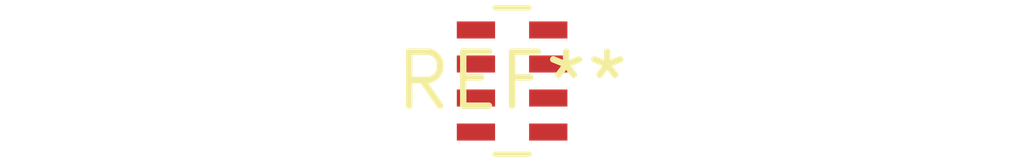
<source format=kicad_pcb>
(kicad_pcb (version 20240108) (generator pcbnew)
  (layers (0 "F.Cu" signal) (31 "B.Cu" signal) (34 "B.Paste" user) (35 "F.Paste" user) (36 "B.SilkS" user "B.Silkscreen") (37 "F.SilkS" user "F.Silkscreen") (38 "B.Mask" user) (39 "F.Mask" user) (44 "Edge.Cuts" user))
  (net 0 "")
  (footprint "R_Array_Concave_4x0603" (layer "F.Cu") (at 0 0)
    (property "Reference" "REF**")
    (property "Value" "R_Array_Concave_4x0603")
    (fp_line (start 0.4 -1.72) (end -0.4 -1.72) (layer "F.SilkS") (stroke (width 0.12)))
    (fp_line (start 0.4 1.72) (end -0.4 1.72) (layer "F.SilkS") (stroke (width 0.12)))
    (pad "1" smd rect (at -0.85 -1.2) (size 0.9 0.4) (layers "F.Cu" "F.Paste" "F.Mask"))
    (pad "2" smd rect (at -0.85 -0.4) (size 0.9 0.4) (layers "F.Cu" "F.Paste" "F.Mask"))
    (pad "3" smd rect (at -0.85 0.4) (size 0.9 0.4) (layers "F.Cu" "F.Paste" "F.Mask"))
    (pad "4" smd rect (at -0.85 1.2) (size 0.9 0.4) (layers "F.Cu" "F.Paste" "F.Mask"))
    (pad "5" smd rect (at 0.85 1.2) (size 0.9 0.4) (layers "F.Cu" "F.Paste" "F.Mask"))
    (pad "6" smd rect (at 0.85 0.4) (size 0.9 0.4) (layers "F.Cu" "F.Paste" "F.Mask"))
    (pad "7" smd rect (at 0.85 -0.4) (size 0.9 0.4) (layers "F.Cu" "F.Paste" "F.Mask"))
    (pad "8" smd rect (at 0.85 -1.2) (size 0.9 0.4) (layers "F.Cu" "F.Paste" "F.Mask"))
  )
)
</source>
